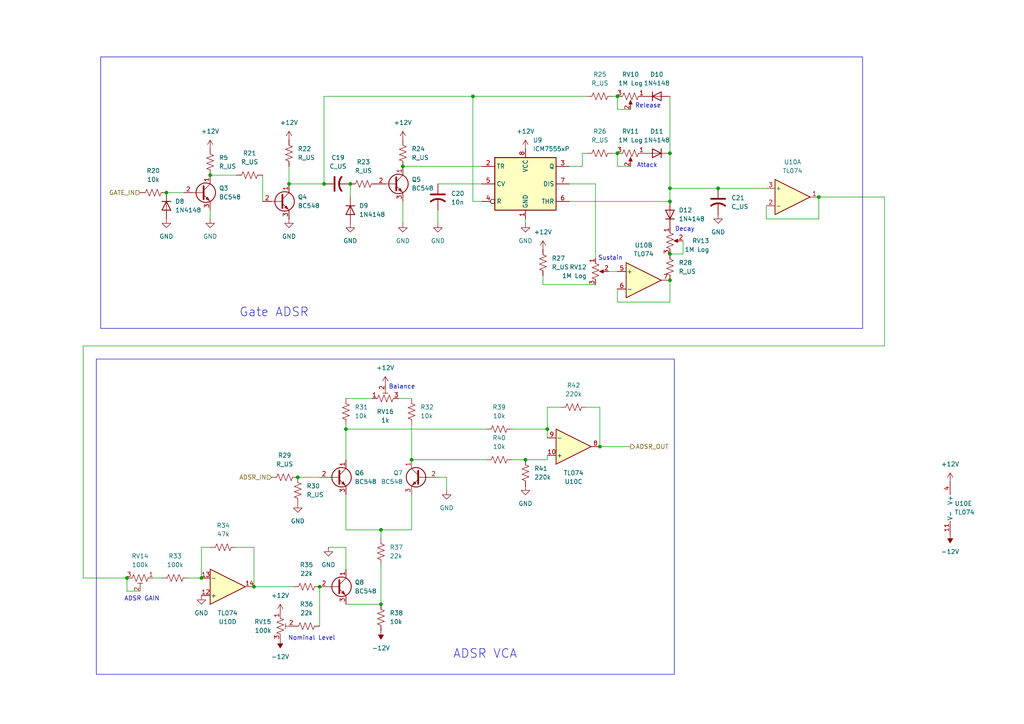
<source format=kicad_sch>
(kicad_sch (version 20250114) (generator "eeschema") (generator_version "9.0")
  (paper "A4")
  (lib_symbols
    (symbol "Amplifier_Operational:TL074" (pin_names (offset 0.127))
      (property "Reference" "U" (at 0 5.08 0))
      (property "Value" "TL074" (at 0 -5.08 0))
      (symbol "TL074_1_1"
        (polyline (pts (xy -5.08 5.08) (xy 5.08 0) (xy -5.08 -5.08) (xy -5.08 5.08)) (stroke (width 0.254)) (fill (type background)))
        (pin input line (at -7.62 2.54 0) (length 2.54) (name "+") (number "3"))
        (pin input line (at -7.62 -2.54 0) (length 2.54) (name "-") (number "2"))
        (pin output line (at 7.62 0 180) (length 2.54) (name "~") (number "1"))
      )
      (symbol "TL074_2_1"
        (polyline (pts (xy -5.08 5.08) (xy 5.08 0) (xy -5.08 -5.08) (xy -5.08 5.08)) (stroke (width 0.254)) (fill (type background)))
        (pin input line (at -7.62 2.54 0) (length 2.54) (name "+") (number "5"))
        (pin input line (at -7.62 -2.54 0) (length 2.54) (name "-") (number "6"))
        (pin output line (at 7.62 0 180) (length 2.54) (name "~") (number "7"))
      )
      (symbol "TL074_3_1"
        (polyline (pts (xy -5.08 5.08) (xy 5.08 0) (xy -5.08 -5.08) (xy -5.08 5.08)) (stroke (width 0.254)) (fill (type background)))
        (pin input line (at -7.62 2.54 0) (length 2.54) (name "+") (number "10"))
        (pin input line (at -7.62 -2.54 0) (length 2.54) (name "-") (number "9"))
        (pin output line (at 7.62 0 180) (length 2.54) (name "~") (number "8"))
      )
      (symbol "TL074_4_1"
        (polyline (pts (xy -5.08 5.08) (xy 5.08 0) (xy -5.08 -5.08) (xy -5.08 5.08)) (stroke (width 0.254)) (fill (type background)))
        (pin input line (at -7.62 2.54 0) (length 2.54) (name "+") (number "12"))
        (pin input line (at -7.62 -2.54 0) (length 2.54) (name "-") (number "13"))
        (pin output line (at 7.62 0 180) (length 2.54) (name "~") (number "14"))
      )
      (symbol "TL074_5_1"
        (pin power_in line (at -2.54 7.62 270) (length 3.81) (name "V+") (number "4"))
        (pin power_in line (at -2.54 -7.62 90) (length 3.81) (name "V-") (number "11"))
      )
    )
    (symbol "Device:C_US" (pin_numbers (hide yes)) (pin_names (offset 0.254) (hide yes))
      (property "Reference" "C" (at 0.635 2.54 0))
      (property "Value" "C_US" (at 0.635 -2.54 0))
      (symbol "C_US_0_1"
        (polyline (pts (xy -2.032 0.762) (xy 2.032 0.762)) (stroke (width 0.508)))
        (arc (start -2.032 -1.27) (mid 0 -0.5572) (end 2.032 -1.27) (stroke (width 0.508)))
      )
      (symbol "C_US_1_1"
        (pin passive line (at 0 3.81 270) (length 2.794) (name "~") (number "1"))
        (pin passive line (at 0 -3.81 90) (length 3.302) (name "~") (number "2"))
      )
    )
    (symbol "Device:R_Potentiometer_Trim_US" (pin_names (offset 1.016) (hide yes))
      (property "Reference" "RV" (at -4.445 0 90))
      (property "Value" "R_Potentiometer_Trim_US" (at -2.54 0 90))
      (symbol "R_Potentiometer_Trim_US_0_1"
        (polyline (pts (xy 0 2.286) (xy 0 2.54)))
        (polyline (pts (xy 0 2.286) (xy 1.016 1.905) (xy 0 1.524) (xy -1.016 1.143) (xy 0 0.762)))
        (polyline (pts (xy 0 0.762) (xy 1.016 0.381) (xy 0 0) (xy -1.016 -0.381) (xy 0 -0.762)))
        (polyline (pts (xy 0 -0.762) (xy 1.016 -1.143) (xy 0 -1.524) (xy -1.016 -1.905) (xy 0 -2.286)))
        (polyline (pts (xy 0 -2.286) (xy 0 -2.54)))
        (polyline (pts (xy 1.524 0.762) (xy 1.524 -0.762)))
        (polyline (pts (xy 2.54 0) (xy 1.524 0)))
      )
      (symbol "R_Potentiometer_Trim_US_1_1"
        (pin passive line (at 0 3.81 270) (length 1.27) (name "1") (number "1"))
        (pin passive line (at 0 -3.81 90) (length 1.27) (name "3") (number "3"))
        (pin passive line (at 3.81 0 180) (length 1.27) (name "2") (number "2"))
      )
    )
    (symbol "Device:R_Potentiometer_US" (pin_names (offset 1.016) (hide yes))
      (property "Reference" "RV" (at -4.445 0 90))
      (property "Value" "R_Potentiometer_US" (at -2.54 0 90))
      (symbol "R_Potentiometer_US_0_1"
        (polyline (pts (xy 0 2.54) (xy 0 2.286)))
        (polyline (pts (xy 0 2.286) (xy 1.016 1.905) (xy 0 1.524) (xy -1.016 1.143) (xy 0 0.762)))
        (polyline (pts (xy 0 0.762) (xy 1.016 0.381) (xy 0 0) (xy -1.016 -0.381) (xy 0 -0.762)))
        (polyline (pts (xy 0 -0.762) (xy 1.016 -1.143) (xy 0 -1.524) (xy -1.016 -1.905) (xy 0 -2.286)))
        (polyline (pts (xy 0 -2.286) (xy 0 -2.54)))
        (polyline (pts (xy 1.143 0) (xy 2.286 0.508) (xy 2.286 -0.508) (xy 1.143 0)) (fill (type outline)))
        (polyline (pts (xy 2.54 0) (xy 1.524 0)))
      )
      (symbol "R_Potentiometer_US_1_1"
        (pin passive line (at 0 3.81 270) (length 1.27) (name "1") (number "1"))
        (pin passive line (at 0 -3.81 90) (length 1.27) (name "3") (number "3"))
        (pin passive line (at 3.81 0 180) (length 1.27) (name "2") (number "2"))
      )
    )
    (symbol "Device:R_US" (pin_numbers (hide yes)) (pin_names (offset 0))
      (property "Reference" "R" (at 2.54 0 90))
      (property "Value" "R_US" (at -2.54 0 90))
      (symbol "R_US_0_1"
        (polyline (pts (xy 0 2.286) (xy 0 2.54)))
        (polyline (pts (xy 0 2.286) (xy 1.016 1.905) (xy 0 1.524) (xy -1.016 1.143) (xy 0 0.762)))
        (polyline (pts (xy 0 0.762) (xy 1.016 0.381) (xy 0 0) (xy -1.016 -0.381) (xy 0 -0.762)))
        (polyline (pts (xy 0 -0.762) (xy 1.016 -1.143) (xy 0 -1.524) (xy -1.016 -1.905) (xy 0 -2.286)))
        (polyline (pts (xy 0 -2.286) (xy 0 -2.54)))
      )
      (symbol "R_US_1_1"
        (pin passive line (at 0 3.81 270) (length 1.27) (name "~") (number "1"))
        (pin passive line (at 0 -3.81 90) (length 1.27) (name "~") (number "2"))
      )
    )
    (symbol "Diode:1N4148" (pin_numbers (hide yes)) (pin_names (hide yes))
      (property "Reference" "D" (at 0 2.54 0))
      (property "Value" "1N4148" (at 0 -2.54 0))
      (symbol "1N4148_0_1"
        (polyline (pts (xy -1.27 1.27) (xy -1.27 -1.27)) (stroke (width 0.254)))
        (polyline (pts (xy 1.27 1.27) (xy 1.27 -1.27) (xy -1.27 0) (xy 1.27 1.27)) (stroke (width 0.254)))
        (polyline (pts (xy 1.27 0) (xy -1.27 0)))
      )
      (symbol "1N4148_1_1"
        (pin passive line (at -3.81 0 0) (length 2.54) (name "K") (number "1"))
        (pin passive line (at 3.81 0 180) (length 2.54) (name "A") (number "2"))
      )
    )
    (symbol "Timer:ICM7555xP"
      (property "Reference" "U" (at -10.16 8.89 0))
      (property "Value" "ICM7555xP" (at 2.54 8.89 0))
      (symbol "ICM7555xP_0_0"
        (pin power_in line (at 0 10.16 270) (length 2.54) (name "VCC") (number "8"))
        (pin power_in line (at 0 -10.16 90) (length 2.54) (name "GND") (number "1"))
      )
      (symbol "ICM7555xP_0_1"
        (rectangle (start -8.89 -7.62) (end 8.89 7.62) (stroke (width 0.254)) (fill (type background)))
        (rectangle (start -8.89 -7.62) (end 8.89 7.62) (stroke (width 0.254)) (fill (type background)))
      )
      (symbol "ICM7555xP_1_1"
        (pin input line (at -12.7 5.08 0) (length 3.81) (name "TR") (number "2"))
        (pin input line (at -12.7 0 0) (length 3.81) (name "CV") (number "5"))
        (pin input inverted (at -12.7 -5.08 0) (length 3.81) (name "R") (number "4"))
        (pin output line (at 12.7 5.08 180) (length 3.81) (name "Q") (number "3"))
        (pin input line (at 12.7 0 180) (length 3.81) (name "DIS") (number "7"))
        (pin input line (at 12.7 -5.08 180) (length 3.81) (name "THR") (number "6"))
      )
    )
    (symbol "Transistor_BJT:BC548" (pin_names (offset 0) (hide yes))
      (property "Reference" "Q" (at 5.08 1.905 0))
      (property "Value" "BC548" (at 5.08 0 0))
      (symbol "BC548_0_1"
        (polyline (pts (xy -2.54 0) (xy 0.635 0)))
        (polyline (pts (xy 0.635 1.905) (xy 0.635 -1.905)) (stroke (width 0.508)))
        (circle (center 1.27 0) (radius 2.8194) (stroke (width 0.254)))
      )
      (symbol "BC548_1_1"
        (polyline (pts (xy 0.635 0.635) (xy 2.54 2.54)))
        (polyline (pts (xy 0.635 -0.635) (xy 2.54 -2.54)))
        (polyline (pts (xy 1.27 -1.778) (xy 1.778 -1.27) (xy 2.286 -2.286) (xy 1.27 -1.778)) (fill (type outline)))
        (pin input line (at -5.08 0 0) (length 2.54) (name "B") (number "2"))
        (pin passive line (at 2.54 5.08 270) (length 2.54) (name "C") (number "1"))
        (pin passive line (at 2.54 -5.08 90) (length 2.54) (name "E") (number "3"))
      )
    )
    (symbol "power:+12V" (power) (pin_numbers (hide yes)) (pin_names (offset 0) (hide yes))
      (property "Value" "+12V" (at 0 3.556 0))
      (symbol "+12V_0_1"
        (polyline (pts (xy -0.762 1.27) (xy 0 2.54)))
        (polyline (pts (xy 0 2.54) (xy 0.762 1.27)))
        (polyline (pts (xy 0 0) (xy 0 2.54)))
      )
      (symbol "+12V_1_1"
        (pin power_in line (at 0 0 90) (length 0) (name "~") (number "1"))
      )
    )
    (symbol "power:-12V" (power) (pin_numbers (hide yes)) (pin_names (offset 0) (hide yes))
      (property "Value" "-12V" (at 0 3.556 0))
      (symbol "-12V_0_0"
        (pin power_in line (at 0 0 90) (length 0) (name "~") (number "1"))
      )
      (symbol "-12V_0_1"
        (polyline (pts (xy 0 0) (xy 0 1.27) (xy 0.762 1.27) (xy 0 2.54) (xy -0.762 1.27) (xy 0 1.27)) (fill (type outline)))
      )
    )
    (symbol "power:GND" (power) (pin_numbers (hide yes)) (pin_names (offset 0) (hide yes))
      (property "Value" "GND" (at 0 -3.81 0))
      (symbol "GND_0_1"
        (polyline (pts (xy 0 0) (xy 0 -1.27) (xy 1.27 -1.27) (xy 0 -2.54) (xy -1.27 -1.27) (xy 0 -1.27)))
      )
      (symbol "GND_1_1"
        (pin power_in line (at 0 0 270) (length 0) (name "~") (number "1"))
      )
    )
  )
  (rectangle (start 29.21 16.51) (end 250.19 95.25))
  (rectangle (start 27.94 104.14) (end 195.58 195.58))
  (text "Release\n" (at 187.96 30.734 0) (effects (font (size 1.27 1.27))))
  (text "Sustain\n" (at 177.038 74.93 0) (effects (font (size 1.27 1.27))))
  (text "Nominal Level" (at 90.424 185.166 0) (effects (font (size 1.27 1.27))))
  (text "Gate ADSR\n" (at 79.502 90.678 0) (effects (font (size 2.54 2.54))))
  (text "Decay\n" (at 198.628 66.548 0) (effects (font (size 1.27 1.27))))
  (text "ADSR GAIN\n" (at 41.148 173.736 0) (effects (font (size 1.27 1.27))))
  (text "ADSR VCA" (at 140.716 189.738 0) (effects (font (size 2.54 2.54))))
  (text "Balance\n" (at 116.586 112.268 0) (effects (font (size 1.27 1.27))))
  (text "Attack" (at 187.706 48.006 0) (effects (font (size 1.27 1.27))))
  (junction (at 73.66 170.18))
  (junction (at 36.83 167.64))
  (junction (at 92.71 170.18))
  (junction (at 158.75 124.46))
  (junction (at 110.49 153.67))
  (junction (at 86.36 138.43))
  (junction (at 110.49 175.26))
  (junction (at 60.96 50.8))
  (junction (at 173.99 129.54))
  (junction (at 237.49 57.15))
  (junction (at 194.31 54.61))
  (junction (at 194.31 81.28))
  (junction (at 58.42 167.64))
  (junction (at 119.38 133.35))
  (junction (at 179.07 44.45))
  (junction (at 93.98 53.34))
  (junction (at 100.33 124.46))
  (junction (at 179.07 27.94))
  (junction (at 208.28 54.61))
  (junction (at 194.31 44.45))
  (junction (at 194.31 73.66))
  (junction (at 194.31 58.42))
  (junction (at 83.82 53.34))
  (junction (at 137.16 27.94))
  (junction (at 48.26 55.88))
  (junction (at 101.6 53.34))
  (junction (at 152.4 133.35))
  (junction (at 116.84 48.26))
  (wire (pts (xy 165.1 58.42) (xy 194.31 58.42)))
  (wire (pts (xy 177.8 44.45) (xy 179.07 44.45)))
  (wire (pts (xy 148.59 133.35) (xy 152.4 133.35)))
  (wire (pts (xy 95.25 158.75) (xy 100.33 158.75)))
  (wire (pts (xy 182.88 31.75) (xy 179.07 31.75)))
  (wire (pts (xy 100.33 153.67) (xy 100.33 143.51)))
  (wire (pts (xy 116.84 48.26) (xy 139.7 48.26)))
  (wire (pts (xy 179.07 83.82) (xy 179.07 87.63)))
  (wire (pts (xy 168.91 44.45) (xy 168.91 48.26)))
  (wire (pts (xy 237.49 63.5) (xy 237.49 57.15)))
  (wire (pts (xy 83.82 48.26) (xy 83.82 53.34)))
  (wire (pts (xy 100.33 123.19) (xy 100.33 124.46)))
  (wire (pts (xy 194.31 54.61) (xy 208.28 54.61)))
  (wire (pts (xy 256.54 100.33) (xy 256.54 57.15)))
  (wire (pts (xy 140.97 133.35) (xy 119.38 133.35)))
  (wire (pts (xy 194.31 54.61) (xy 194.31 58.42)))
  (wire (pts (xy 73.66 170.18) (xy 73.66 158.75)))
  (wire (pts (xy 157.48 82.55) (xy 172.72 82.55)))
  (wire (pts (xy 162.56 118.11) (xy 158.75 118.11)))
  (wire (pts (xy 129.54 142.24) (xy 129.54 138.43)))
  (wire (pts (xy 68.58 50.8) (xy 60.96 50.8)))
  (wire (pts (xy 152.4 64.77) (xy 152.4 63.5)))
  (wire (pts (xy 93.98 53.34) (xy 83.82 53.34)))
  (wire (pts (xy 60.96 63.5) (xy 60.96 60.96)))
  (wire (pts (xy 115.57 115.57) (xy 119.38 115.57)))
  (wire (pts (xy 36.83 171.45) (xy 40.64 171.45)))
  (wire (pts (xy 53.34 55.88) (xy 48.26 55.88)))
  (wire (pts (xy 76.2 58.42) (xy 76.2 50.8)))
  (wire (pts (xy 148.59 124.46) (xy 158.75 124.46)))
  (wire (pts (xy 222.25 59.69) (xy 222.25 63.5)))
  (wire (pts (xy 158.75 133.35) (xy 158.75 132.08)))
  (wire (pts (xy 101.6 57.15) (xy 101.6 53.34)))
  (wire (pts (xy 194.31 87.63) (xy 194.31 81.28)))
  (wire (pts (xy 100.33 158.75) (xy 100.33 165.1)))
  (wire (pts (xy 139.7 58.42) (xy 137.16 58.42)))
  (wire (pts (xy 54.61 167.64) (xy 58.42 167.64)))
  (wire (pts (xy 237.49 57.15) (xy 256.54 57.15)))
  (wire (pts (xy 168.91 48.26) (xy 165.1 48.26)))
  (wire (pts (xy 179.07 48.26) (xy 179.07 44.45)))
  (wire (pts (xy 152.4 133.35) (xy 158.75 133.35)))
  (wire (pts (xy 24.13 100.33) (xy 256.54 100.33)))
  (wire (pts (xy 176.53 78.74) (xy 179.07 78.74)))
  (wire (pts (xy 179.07 27.94) (xy 177.8 27.94)))
  (wire (pts (xy 73.66 170.18) (xy 85.09 170.18)))
  (wire (pts (xy 107.95 115.57) (xy 100.33 115.57)))
  (wire (pts (xy 198.12 69.85) (xy 198.12 73.66)))
  (wire (pts (xy 36.83 167.64) (xy 36.83 171.45)))
  (wire (pts (xy 157.48 82.55) (xy 157.48 80.01)))
  (wire (pts (xy 173.99 118.11) (xy 173.99 129.54)))
  (wire (pts (xy 173.99 129.54) (xy 182.88 129.54)))
  (wire (pts (xy 137.16 27.94) (xy 137.16 58.42)))
  (wire (pts (xy 24.13 167.64) (xy 36.83 167.64)))
  (wire (pts (xy 137.16 27.94) (xy 170.18 27.94)))
  (wire (pts (xy 179.07 31.75) (xy 179.07 27.94)))
  (wire (pts (xy 127 64.77) (xy 127 60.96)))
  (wire (pts (xy 110.49 175.26) (xy 110.49 163.83)))
  (wire (pts (xy 127 53.34) (xy 139.7 53.34)))
  (wire (pts (xy 92.71 170.18) (xy 92.71 181.61)))
  (wire (pts (xy 170.18 118.11) (xy 173.99 118.11)))
  (wire (pts (xy 208.28 54.61) (xy 222.25 54.61)))
  (wire (pts (xy 172.72 53.34) (xy 172.72 74.93)))
  (wire (pts (xy 93.98 27.94) (xy 137.16 27.94)))
  (wire (pts (xy 110.49 153.67) (xy 119.38 153.67)))
  (wire (pts (xy 100.33 124.46) (xy 140.97 124.46)))
  (wire (pts (xy 158.75 118.11) (xy 158.75 124.46)))
  (wire (pts (xy 129.54 138.43) (xy 127 138.43)))
  (wire (pts (xy 119.38 143.51) (xy 119.38 153.67)))
  (wire (pts (xy 60.96 158.75) (xy 58.42 158.75)))
  (wire (pts (xy 194.31 44.45) (xy 194.31 54.61)))
  (wire (pts (xy 158.75 124.46) (xy 158.75 127)))
  (wire (pts (xy 100.33 175.26) (xy 110.49 175.26)))
  (wire (pts (xy 58.42 158.75) (xy 58.42 167.64)))
  (wire (pts (xy 116.84 58.42) (xy 116.84 64.77)))
  (wire (pts (xy 179.07 87.63) (xy 194.31 87.63)))
  (wire (pts (xy 100.33 124.46) (xy 100.33 133.35)))
  (wire (pts (xy 86.36 138.43) (xy 92.71 138.43)))
  (wire (pts (xy 170.18 44.45) (xy 168.91 44.45)))
  (wire (pts (xy 110.49 156.21) (xy 110.49 153.67)))
  (wire (pts (xy 24.13 167.64) (xy 24.13 100.33)))
  (wire (pts (xy 182.88 48.26) (xy 179.07 48.26)))
  (wire (pts (xy 100.33 153.67) (xy 110.49 153.67)))
  (wire (pts (xy 194.31 27.94) (xy 194.31 44.45)))
  (wire (pts (xy 172.72 53.34) (xy 165.1 53.34)))
  (wire (pts (xy 44.45 167.64) (xy 46.99 167.64)))
  (wire (pts (xy 198.12 73.66) (xy 194.31 73.66)))
  (wire (pts (xy 119.38 123.19) (xy 119.38 133.35)))
  (wire (pts (xy 93.98 53.34) (xy 93.98 27.94)))
  (wire (pts (xy 222.25 63.5) (xy 237.49 63.5)))
  (wire (pts (xy 73.66 158.75) (xy 68.58 158.75)))
  (hierarchical_label "ADSR_OUT" (shape output) (at 182.88 129.54 0))
  (hierarchical_label "GATE_IN" (shape input) (at 40.64 55.88 180))
  (hierarchical_label "ADSR_IN" (shape input) (at 78.74 138.43 180))
  (symbol (lib_id "Timer:ICM7555xP") (at 152.4 53.34 0) (unit 1)
    (property "Reference" "U9" (at 154.5433 40.64 0) (effects (justify left)))
    (property "Value" "ICM7555xP" (at 154.5433 43.18 0) (effects (justify left)))
    (property "Footprint" "Package_DIP:DIP-8_W7.62mm" (effects (hide yes)))
    (property "Datasheet" "http://www.intersil.com/content/dam/Intersil/documents/icm7/icm7555-56.pdf" (effects (hide yes)))
    (property "Description" "CMOS General Purpose Timer, 555 compatible, PDIP-8" (effects (hide yes)))
  )
  (symbol (lib_id "Device:R_US") (at 119.38 119.38 180) (unit 1)
    (property "Reference" "R32" (at 121.92 118.1099 0) (effects (justify right)))
    (property "Value" "10k" (at 121.92 120.6499 0) (effects (justify right)))
    (property "Footprint" "Resistor_THT:R_Axial_DIN0207_L6.3mm_D2.5mm_P10.16mm_Horizontal" (effects (hide yes)))
    (property "Description" "Resistor, US symbol" (effects (hide yes)))
  )
  (symbol (lib_id "Device:R_US") (at 88.9 170.18 90) (unit 1)
    (property "Reference" "R35" (at 88.9 163.83 90))
    (property "Value" "22k" (at 88.9 166.37 90))
    (property "Footprint" "Resistor_THT:R_Axial_DIN0207_L6.3mm_D2.5mm_P10.16mm_Horizontal" (effects (hide yes)))
    (property "Description" "Resistor, US symbol" (effects (hide yes)))
  )
  (symbol (lib_id "Device:R_US") (at 144.78 133.35 270) (unit 1)
    (property "Reference" "R40" (at 144.78 127 90))
    (property "Value" "10k" (at 144.78 129.54 90))
    (property "Footprint" "Resistor_THT:R_Axial_DIN0207_L6.3mm_D2.5mm_P10.16mm_Horizontal" (effects (hide yes)))
    (property "Description" "Resistor, US symbol" (effects (hide yes)))
  )
  (symbol (lib_id "Device:R_US") (at 157.48 76.2 180) (unit 1)
    (property "Reference" "R27" (at 160.02 74.9299 0) (effects (justify right)))
    (property "Value" "R_US" (at 160.02 77.4699 0) (effects (justify right)))
    (property "Footprint" "Resistor_THT:R_Axial_DIN0207_L6.3mm_D2.5mm_P10.16mm_Horizontal" (effects (hide yes)))
    (property "Description" "Resistor, US symbol" (effects (hide yes)))
  )
  (symbol (lib_id "power:GND") (at 86.36 146.05 0) (unit 1)
    (property "Reference" "#PWR056" (effects (hide yes)))
    (property "Value" "GND" (at 86.36 151.13 0))
    (property "Description" "Power symbol creates a global label with name \"GND\" , ground" (effects (hide yes)))
  )
  (symbol (lib_id "Device:R_Potentiometer_Trim_US") (at 81.28 181.61 0) (unit 1)
    (property "Reference" "RV15" (at 78.74 180.3399 0) (effects (justify right)))
    (property "Value" "100k" (at 78.74 182.8799 0) (effects (justify right)))
    (property "Footprint" "Potentiometer_THT:Potentiometer_Bourns_3266Y_Vertical" (effects (hide yes)))
    (property "Description" "Trim-potentiometer, US symbol" (effects (hide yes)))
  )
  (symbol (lib_id "Diode:1N4148") (at 194.31 62.23 90) (unit 1)
    (property "Reference" "D12" (at 196.85 60.9599 90) (effects (justify right)))
    (property "Value" "1N4148" (at 196.85 63.4999 90) (effects (justify right)))
    (property "Footprint" "Diode_THT:D_DO-35_SOD27_P7.62mm_Horizontal" (effects (hide yes)))
    (property "Datasheet" "https://assets.nexperia.com/documents/data-sheet/1N4148_1N4448.pdf" (effects (hide yes)))
    (property "Description" "100V 0.15A standard switching diode, DO-35" (effects (hide yes)))
    (property "Sim.Device" "D" (effects (hide yes)))
    (property "Sim.Pins" "1=K 2=A" (effects (hide yes)))
  )
  (symbol (lib_id "Device:R_US") (at 72.39 50.8 90) (unit 1)
    (property "Reference" "R21" (at 72.39 44.45 90))
    (property "Value" "R_US" (at 72.39 46.99 90))
    (property "Footprint" "Resistor_THT:R_Axial_DIN0207_L6.3mm_D2.5mm_P10.16mm_Horizontal" (effects (hide yes)))
    (property "Description" "Resistor, US symbol" (effects (hide yes)))
  )
  (symbol (lib_id "Device:R_US") (at 166.37 118.11 90) (unit 1)
    (property "Reference" "R42" (at 166.37 111.76 90))
    (property "Value" "220k" (at 166.37 114.3 90))
    (property "Footprint" "Resistor_THT:R_Axial_DIN0207_L6.3mm_D2.5mm_P10.16mm_Horizontal" (effects (hide yes)))
    (property "Description" "Resistor, US symbol" (effects (hide yes)))
  )
  (symbol (lib_id "power:GND") (at 152.4 64.77 0) (unit 1)
    (property "Reference" "#PWR049" (effects (hide yes)))
    (property "Value" "GND" (at 152.4 69.85 0))
    (property "Description" "Power symbol creates a global label with name \"GND\" , ground" (effects (hide yes)))
  )
  (symbol (lib_id "power:+12V") (at 111.76 111.76 0) (unit 1)
    (property "Reference" "#PWR063" (effects (hide yes)))
    (property "Value" "+12V" (at 111.76 106.68 0))
    (property "Description" "Power symbol creates a global label with name \"+12V\"" (effects (hide yes)))
  )
  (symbol (lib_id "Diode:1N4148") (at 190.5 44.45 180) (unit 1)
    (property "Reference" "D11" (at 190.5 38.1 0))
    (property "Value" "1N4148" (at 190.5 40.64 0))
    (property "Footprint" "Diode_THT:D_DO-35_SOD27_P7.62mm_Horizontal" (effects (hide yes)))
    (property "Datasheet" "https://assets.nexperia.com/documents/data-sheet/1N4148_1N4448.pdf" (effects (hide yes)))
    (property "Description" "100V 0.15A standard switching diode, DO-35" (effects (hide yes)))
    (property "Sim.Device" "D" (effects (hide yes)))
    (property "Sim.Pins" "1=K 2=A" (effects (hide yes)))
  )
  (symbol (lib_id "Amplifier_Operational:TL074") (at 278.13 147.32 0) (unit 5)
    (property "Reference" "U10" (at 276.86 146.0499 0) (effects (justify left)))
    (property "Value" "TL074" (at 276.86 148.5899 0) (effects (justify left)))
    (property "Footprint" "Package_DIP:DIP-14_W7.62mm" (effects (hide yes)))
    (property "Datasheet" "http://www.ti.com/lit/ds/symlink/tl071.pdf" (effects (hide yes)))
    (property "Description" "Quad Low-Noise JFET-Input Operational Amplifiers, DIP-14/SOIC-14" (effects (hide yes)))
  )
  (symbol (lib_id "Device:R_US") (at 82.55 138.43 90) (unit 1)
    (property "Reference" "R29" (at 82.55 132.08 90))
    (property "Value" "R_US" (at 82.55 134.62 90))
    (property "Footprint" "Resistor_THT:R_Axial_DIN0207_L6.3mm_D2.5mm_P10.16mm_Horizontal" (effects (hide yes)))
    (property "Description" "Resistor, US symbol" (effects (hide yes)))
  )
  (symbol (lib_id "Diode:1N4148") (at 190.5 27.94 0) (unit 1)
    (property "Reference" "D10" (at 190.5 21.59 0))
    (property "Value" "1N4148" (at 190.5 24.13 0))
    (property "Footprint" "Diode_THT:D_DO-35_SOD27_P7.62mm_Horizontal" (effects (hide yes)))
    (property "Datasheet" "https://assets.nexperia.com/documents/data-sheet/1N4148_1N4448.pdf" (effects (hide yes)))
    (property "Description" "100V 0.15A standard switching diode, DO-35" (effects (hide yes)))
    (property "Sim.Device" "D" (effects (hide yes)))
    (property "Sim.Pins" "1=K 2=A" (effects (hide yes)))
  )
  (symbol (lib_id "Diode:1N4148") (at 48.26 59.69 270) (unit 1)
    (property "Reference" "D8" (at 50.8 58.4199 90) (effects (justify left)))
    (property "Value" "1N4148" (at 50.8 60.9599 90) (effects (justify left)))
    (property "Footprint" "Diode_THT:D_DO-35_SOD27_P7.62mm_Horizontal" (effects (hide yes)))
    (property "Datasheet" "https://assets.nexperia.com/documents/data-sheet/1N4148_1N4448.pdf" (effects (hide yes)))
    (property "Description" "100V 0.15A standard switching diode, DO-35" (effects (hide yes)))
    (property "Sim.Device" "D" (effects (hide yes)))
    (property "Sim.Pins" "1=K 2=A" (effects (hide yes)))
  )
  (symbol (lib_id "Device:R_US") (at 144.78 124.46 270) (unit 1)
    (property "Reference" "R39" (at 144.78 118.11 90))
    (property "Value" "10k" (at 144.78 120.65 90))
    (property "Footprint" "Resistor_THT:R_Axial_DIN0207_L6.3mm_D2.5mm_P10.16mm_Horizontal" (effects (hide yes)))
    (property "Description" "Resistor, US symbol" (effects (hide yes)))
  )
  (symbol (lib_id "Device:R_Potentiometer_US") (at 182.88 27.94 270) (unit 1)
    (property "Reference" "RV10" (at 182.88 21.59 90))
    (property "Value" "1M Log" (at 182.88 24.13 90))
    (property "Footprint" "TerminalBlock:TerminalBlock_MaiXu_MX126-5.0-03P_1x03_P5.00mm" (effects (hide yes)))
    (property "Description" "Potentiometer, US symbol" (effects (hide yes)))
  )
  (symbol (lib_id "Device:C_US") (at 97.79 53.34 90) (unit 1)
    (property "Reference" "C19" (at 98.044 45.72 90))
    (property "Value" "C_US" (at 98.044 48.26 90))
    (property "Footprint" "Capacitor_THT:CP_Radial_D4.0mm_P2.00mm" (effects (hide yes)))
    (property "Description" "capacitor, US symbol" (effects (hide yes)))
  )
  (symbol (lib_id "Transistor_BJT:BC548") (at 97.79 138.43 0) (unit 1)
    (property "Reference" "Q6" (at 102.87 137.1599 0) (effects (justify left)))
    (property "Value" "BC548" (at 102.87 139.6999 0) (effects (justify left)))
    (property "Footprint" "Package_TO_SOT_THT:TO-92_Inline" (effects (hide yes)))
    (property "Datasheet" "https://www.onsemi.com/pub/Collateral/BC550-D.pdf" (effects (hide yes)))
    (property "Description" "0.1A Ic, 30V Vce, Small Signal NPN Transistor, TO-92" (effects (hide yes)))
  )
  (symbol (lib_id "Device:R_Potentiometer_US") (at 194.31 69.85 0) (unit 1)
    (property "Reference" "RV13" (at 205.74 69.85 0) (effects (justify right)))
    (property "Value" "1M Log" (at 205.74 72.39 0) (effects (justify right)))
    (property "Footprint" "TerminalBlock:TerminalBlock_MaiXu_MX126-5.0-03P_1x03_P5.00mm" (effects (hide yes)))
    (property "Description" "Potentiometer, US symbol" (effects (hide yes)))
  )
  (symbol (lib_id "power:+12V") (at 60.96 43.18 0) (unit 1)
    (property "Reference" "#PWR041" (effects (hide yes)))
    (property "Value" "+12V" (at 60.96 38.1 0))
    (property "Description" "Power symbol creates a global label with name \"+12V\"" (effects (hide yes)))
  )
  (symbol (lib_id "Device:R_Potentiometer_Trim_US") (at 40.64 167.64 270) (unit 1)
    (property "Reference" "RV14" (at 40.64 161.29 90))
    (property "Value" "100k" (at 40.64 163.83 90))
    (property "Footprint" "Potentiometer_THT:Potentiometer_Bourns_3266Y_Vertical" (effects (hide yes)))
    (property "Description" "Trim-potentiometer, US symbol" (effects (hide yes)))
  )
  (symbol (lib_id "Device:R_US") (at 152.4 137.16 0) (unit 1)
    (property "Reference" "R41" (at 154.94 135.8899 0) (effects (justify left)))
    (property "Value" "220k" (at 154.94 138.4299 0) (effects (justify left)))
    (property "Footprint" "Resistor_THT:R_Axial_DIN0207_L6.3mm_D2.5mm_P10.16mm_Horizontal" (effects (hide yes)))
    (property "Description" "Resistor, US symbol" (effects (hide yes)))
  )
  (symbol (lib_id "Device:R_Potentiometer_US") (at 172.72 78.74 0) (unit 1)
    (property "Reference" "RV12" (at 170.18 77.4699 0) (effects (justify right)))
    (property "Value" "1M Log" (at 170.18 80.0099 0) (effects (justify right)))
    (property "Footprint" "TerminalBlock:TerminalBlock_MaiXu_MX126-5.0-03P_1x03_P5.00mm" (effects (hide yes)))
    (property "Description" "Potentiometer, US symbol" (effects (hide yes)))
  )
  (symbol (lib_id "power:+12V") (at 275.59 139.7 0) (unit 1)
    (property "Reference" "#PWR052" (effects (hide yes)))
    (property "Value" "+12V" (at 275.59 134.62 0))
    (property "Description" "Power symbol creates a global label with name \"+12V\"" (effects (hide yes)))
  )
  (symbol (lib_id "Amplifier_Operational:TL074") (at 229.87 57.15 0) (unit 1)
    (property "Reference" "U10" (at 229.87 46.99 0))
    (property "Value" "TL074" (at 229.87 49.53 0))
    (property "Footprint" "Package_DIP:DIP-14_W7.62mm" (effects (hide yes)))
    (property "Datasheet" "http://www.ti.com/lit/ds/symlink/tl071.pdf" (effects (hide yes)))
    (property "Description" "Quad Low-Noise JFET-Input Operational Amplifiers, DIP-14/SOIC-14" (effects (hide yes)))
  )
  (symbol (lib_id "power:-12V") (at 275.59 154.94 180) (unit 1)
    (property "Reference" "#PWR053" (effects (hide yes)))
    (property "Value" "-12V" (at 275.59 160.02 0))
    (property "Description" "Power symbol creates a global label with name \"-12V\"" (effects (hide yes)))
  )
  (symbol (lib_id "Device:R_Potentiometer_Trim_US") (at 111.76 115.57 90) (unit 1)
    (property "Reference" "RV16" (at 111.76 119.38 90))
    (property "Value" "1k" (at 111.76 121.92 90))
    (property "Footprint" "Potentiometer_THT:Potentiometer_Bourns_3266Y_Vertical" (effects (hide yes)))
    (property "Description" "Trim-potentiometer, US symbol" (effects (hide yes)))
  )
  (symbol (lib_id "power:GND") (at 101.6 64.77 0) (unit 1)
    (property "Reference" "#PWR046" (effects (hide yes)))
    (property "Value" "GND" (at 101.6 69.85 0))
    (property "Description" "Power symbol creates a global label with name \"GND\" , ground" (effects (hide yes)))
  )
  (symbol (lib_id "Device:C_US") (at 127 57.15 0) (unit 1)
    (property "Reference" "C20" (at 130.81 56.1339 0) (effects (justify left)))
    (property "Value" "10n" (at 130.81 58.6739 0) (effects (justify left)))
    (property "Footprint" "Capacitor_THT:CP_Radial_D4.0mm_P2.00mm" (effects (hide yes)))
    (property "Description" "capacitor, US symbol" (effects (hide yes)))
  )
  (symbol (lib_id "Device:R_US") (at 88.9 181.61 90) (unit 1)
    (property "Reference" "R36" (at 88.9 175.26 90))
    (property "Value" "22k" (at 88.9 177.8 90))
    (property "Footprint" "Resistor_THT:R_Axial_DIN0207_L6.3mm_D2.5mm_P10.16mm_Horizontal" (effects (hide yes)))
    (property "Description" "Resistor, US symbol" (effects (hide yes)))
  )
  (symbol (lib_id "power:GND") (at 127 64.77 0) (unit 1)
    (property "Reference" "#PWR051" (effects (hide yes)))
    (property "Value" "GND" (at 127 69.85 0))
    (property "Description" "Power symbol creates a global label with name \"GND\" , ground" (effects (hide yes)))
  )
  (symbol (lib_id "Device:R_US") (at 105.41 53.34 90) (unit 1)
    (property "Reference" "R23" (at 105.41 46.99 90))
    (property "Value" "R_US" (at 105.41 49.53 90))
    (property "Footprint" "Resistor_THT:R_Axial_DIN0207_L6.3mm_D2.5mm_P10.16mm_Horizontal" (effects (hide yes)))
    (property "Description" "Resistor, US symbol" (effects (hide yes)))
  )
  (symbol (lib_id "Device:R_US") (at 60.96 46.99 0) (unit 1)
    (property "Reference" "R5" (at 63.5 45.7199 0) (effects (justify left)))
    (property "Value" "R_US" (at 63.5 48.2599 0) (effects (justify left)))
    (property "Footprint" "Resistor_THT:R_Axial_DIN0207_L6.3mm_D2.5mm_P10.16mm_Horizontal" (effects (hide yes)))
    (property "Description" "Resistor, US symbol" (effects (hide yes)))
  )
  (symbol (lib_id "power:GND") (at 129.54 142.24 0) (unit 1)
    (property "Reference" "#PWR057" (effects (hide yes)))
    (property "Value" "GND" (at 129.54 147.32 0))
    (property "Description" "Power symbol creates a global label with name \"GND\" , ground" (effects (hide yes)))
  )
  (symbol (lib_id "Device:R_US") (at 83.82 44.45 0) (unit 1)
    (property "Reference" "R22" (at 86.36 43.1799 0) (effects (justify left)))
    (property "Value" "R_US" (at 86.36 45.7199 0) (effects (justify left)))
    (property "Footprint" "Resistor_THT:R_Axial_DIN0207_L6.3mm_D2.5mm_P10.16mm_Horizontal" (effects (hide yes)))
    (property "Description" "Resistor, US symbol" (effects (hide yes)))
  )
  (symbol (lib_id "power:GND") (at 60.96 63.5 0) (unit 1)
    (property "Reference" "#PWR043" (effects (hide yes)))
    (property "Value" "GND" (at 60.96 68.58 0))
    (property "Description" "Power symbol creates a global label with name \"GND\" , ground" (effects (hide yes)))
  )
  (symbol (lib_id "Device:R_US") (at 173.99 27.94 90) (unit 1)
    (property "Reference" "R25" (at 173.99 21.59 90))
    (property "Value" "R_US" (at 173.99 24.13 90))
    (property "Footprint" "Resistor_THT:R_Axial_DIN0207_L6.3mm_D2.5mm_P10.16mm_Horizontal" (effects (hide yes)))
    (property "Description" "Resistor, US symbol" (effects (hide yes)))
  )
  (symbol (lib_id "power:GND") (at 83.82 63.5 0) (unit 1)
    (property "Reference" "#PWR044" (effects (hide yes)))
    (property "Value" "GND" (at 83.82 68.58 0))
    (property "Description" "Power symbol creates a global label with name \"GND\" , ground" (effects (hide yes)))
  )
  (symbol (lib_id "Device:R_US") (at 100.33 119.38 180) (unit 1)
    (property "Reference" "R31" (at 102.87 118.1099 0) (effects (justify right)))
    (property "Value" "10k" (at 102.87 120.6499 0) (effects (justify right)))
    (property "Footprint" "Resistor_THT:R_Axial_DIN0207_L6.3mm_D2.5mm_P10.16mm_Horizontal" (effects (hide yes)))
    (property "Description" "Resistor, US symbol" (effects (hide yes)))
  )
  (symbol (lib_id "Transistor_BJT:BC548") (at 114.3 53.34 0) (unit 1)
    (property "Reference" "Q5" (at 119.38 52.0699 0) (effects (justify left)))
    (property "Value" "BC548" (at 119.38 54.6099 0) (effects (justify left)))
    (property "Footprint" "Package_TO_SOT_THT:TO-92_Inline" (effects (hide yes)))
    (property "Datasheet" "https://www.onsemi.com/pub/Collateral/BC550-D.pdf" (effects (hide yes)))
    (property "Description" "0.1A Ic, 30V Vce, Small Signal NPN Transistor, TO-92" (effects (hide yes)))
  )
  (symbol (lib_id "power:GND") (at 95.25 158.75 0) (unit 1)
    (property "Reference" "#PWR061" (effects (hide yes)))
    (property "Value" "GND" (at 95.25 163.83 0))
    (property "Description" "Power symbol creates a global label with name \"GND\" , ground" (effects (hide yes)))
  )
  (symbol (lib_id "Device:R_US") (at 64.77 158.75 90) (unit 1)
    (property "Reference" "R34" (at 64.77 152.4 90))
    (property "Value" "47k" (at 64.77 154.94 90))
    (property "Footprint" "Resistor_THT:R_Axial_DIN0207_L6.3mm_D2.5mm_P10.16mm_Horizontal" (effects (hide yes)))
    (property "Description" "Resistor, US symbol" (effects (hide yes)))
  )
  (symbol (lib_id "Device:R_US") (at 110.49 179.07 180) (unit 1)
    (property "Reference" "R38" (at 113.03 177.7999 0) (effects (justify right)))
    (property "Value" "10k" (at 113.03 180.3399 0) (effects (justify right)))
    (property "Footprint" "Resistor_THT:R_Axial_DIN0207_L6.3mm_D2.5mm_P10.16mm_Horizontal" (effects (hide yes)))
    (property "Description" "Resistor, US symbol" (effects (hide yes)))
  )
  (symbol (lib_id "power:GND") (at 58.42 172.72 0) (unit 1)
    (property "Reference" "#PWR058" (effects (hide yes)))
    (property "Value" "GND" (at 58.42 177.8 0))
    (property "Description" "Power symbol creates a global label with name \"GND\" , ground" (effects (hide yes)))
  )
  (symbol (lib_id "Diode:1N4148") (at 101.6 60.96 270) (unit 1)
    (property "Reference" "D9" (at 104.14 59.6899 90) (effects (justify left)))
    (property "Value" "1N4148" (at 104.14 62.2299 90) (effects (justify left)))
    (property "Footprint" "Diode_THT:D_DO-35_SOD27_P7.62mm_Horizontal" (effects (hide yes)))
    (property "Datasheet" "https://assets.nexperia.com/documents/data-sheet/1N4148_1N4448.pdf" (effects (hide yes)))
    (property "Description" "100V 0.15A standard switching diode, DO-35" (effects (hide yes)))
    (property "Sim.Device" "D" (effects (hide yes)))
    (property "Sim.Pins" "1=K 2=A" (effects (hide yes)))
  )
  (symbol (lib_id "Device:R_US") (at 194.31 77.47 180) (unit 1)
    (property "Reference" "R28" (at 196.85 76.1999 0) (effects (justify right)))
    (property "Value" "R_US" (at 196.85 78.7399 0) (effects (justify right)))
    (property "Footprint" "Resistor_THT:R_Axial_DIN0207_L6.3mm_D2.5mm_P10.16mm_Horizontal" (effects (hide yes)))
    (property "Description" "Resistor, US symbol" (effects (hide yes)))
  )
  (symbol (lib_id "power:+12V") (at 83.82 40.64 0) (unit 1)
    (property "Reference" "#PWR045" (effects (hide yes)))
    (property "Value" "+12V" (at 83.82 35.56 0))
    (property "Description" "Power symbol creates a global label with name \"+12V\"" (effects (hide yes)))
  )
  (symbol (lib_id "power:-12V") (at 81.28 185.42 180) (unit 1)
    (property "Reference" "#PWR060" (effects (hide yes)))
    (property "Value" "-12V" (at 81.28 190.5 0))
    (property "Description" "Power symbol creates a global label with name \"-12V\"" (effects (hide yes)))
  )
  (symbol (lib_id "power:-12V") (at 110.49 182.88 180) (unit 1)
    (property "Reference" "#PWR062" (effects (hide yes)))
    (property "Value" "-12V" (at 110.49 187.96 0))
    (property "Description" "Power symbol creates a global label with name \"-12V\"" (effects (hide yes)))
  )
  (symbol (lib_id "Device:R_US") (at 173.99 44.45 90) (unit 1)
    (property "Reference" "R26" (at 173.99 38.1 90))
    (property "Value" "R_US" (at 173.99 40.64 90))
    (property "Footprint" "Resistor_THT:R_Axial_DIN0207_L6.3mm_D2.5mm_P10.16mm_Horizontal" (effects (hide yes)))
    (property "Description" "Resistor, US symbol" (effects (hide yes)))
  )
  (symbol (lib_id "power:GND") (at 48.26 63.5 0) (unit 1)
    (property "Reference" "#PWR042" (effects (hide yes)))
    (property "Value" "GND" (at 48.26 68.58 0))
    (property "Description" "Power symbol creates a global label with name \"GND\" , ground" (effects (hide yes)))
  )
  (symbol (lib_id "Device:R_Potentiometer_US") (at 182.88 44.45 270) (unit 1)
    (property "Reference" "RV11" (at 182.88 38.1 90))
    (property "Value" "1M Log" (at 182.88 40.64 90))
    (property "Footprint" "TerminalBlock:TerminalBlock_MaiXu_MX126-5.0-03P_1x03_P5.00mm" (effects (hide yes)))
    (property "Description" "Potentiometer, US symbol" (effects (hide yes)))
  )
  (symbol (lib_id "power:+12V") (at 157.48 72.39 0) (unit 1)
    (property "Reference" "#PWR054" (effects (hide yes)))
    (property "Value" "+12V" (at 157.48 67.31 0))
    (property "Description" "Power symbol creates a global label with name \"+12V\"" (effects (hide yes)))
  )
  (symbol (lib_id "Device:C_US") (at 208.28 58.42 0) (unit 1)
    (property "Reference" "C21" (at 212.09 57.4039 0) (effects (justify left)))
    (property "Value" "C_US" (at 212.09 59.9439 0) (effects (justify left)))
    (property "Footprint" "Capacitor_THT:CP_Radial_D4.0mm_P2.00mm" (effects (hide yes)))
    (property "Description" "capacitor, US symbol" (effects (hide yes)))
  )
  (symbol (lib_id "Transistor_BJT:BC548") (at 97.79 170.18 0) (unit 1)
    (property "Reference" "Q8" (at 102.87 168.9099 0) (effects (justify left)))
    (property "Value" "BC548" (at 102.87 171.4499 0) (effects (justify left)))
    (property "Footprint" "Package_TO_SOT_THT:TO-92_Inline" (effects (hide yes)))
    (property "Datasheet" "https://www.onsemi.com/pub/Collateral/BC550-D.pdf" (effects (hide yes)))
    (property "Description" "0.1A Ic, 30V Vce, Small Signal NPN Transistor, TO-92" (effects (hide yes)))
  )
  (symbol (lib_id "power:GND") (at 208.28 62.23 0) (unit 1)
    (property "Reference" "#PWR055" (effects (hide yes)))
    (property "Value" "GND" (at 208.28 67.31 0))
    (property "Description" "Power symbol creates a global label with name \"GND\" , ground" (effects (hide yes)))
  )
  (symbol (lib_id "Amplifier_Operational:TL074") (at 186.69 81.28 0) (unit 2)
    (property "Reference" "U10" (at 186.69 71.12 0))
    (property "Value" "TL074" (at 186.69 73.66 0))
    (property "Footprint" "Package_DIP:DIP-14_W7.62mm" (effects (hide yes)))
    (property "Datasheet" "http://www.ti.com/lit/ds/symlink/tl071.pdf" (effects (hide yes)))
    (property "Description" "Quad Low-Noise JFET-Input Operational Amplifiers, DIP-14/SOIC-14" (effects (hide yes)))
  )
  (symbol (lib_id "Device:R_US") (at 50.8 167.64 90) (unit 1)
    (property "Reference" "R33" (at 50.8 161.29 90))
    (property "Value" "100k" (at 50.8 163.83 90))
    (property "Footprint" "Resistor_THT:R_Axial_DIN0207_L6.3mm_D2.5mm_P10.16mm_Horizontal" (effects (hide yes)))
    (property "Description" "Resistor, US symbol" (effects (hide yes)))
  )
  (symbol (lib_id "power:GND") (at 152.4 140.97 0) (unit 1)
    (property "Reference" "#PWR064" (effects (hide yes)))
    (property "Value" "GND" (at 152.4 146.05 0))
    (property "Description" "Power symbol creates a global label with name \"GND\" , ground" (effects (hide yes)))
  )
  (symbol (lib_id "Device:R_US") (at 110.49 160.02 180) (unit 1)
    (property "Reference" "R37" (at 113.03 158.7499 0) (effects (justify right)))
    (property "Value" "22k" (at 113.03 161.2899 0) (effects (justify right)))
    (property "Footprint" "Resistor_THT:R_Axial_DIN0207_L6.3mm_D2.5mm_P10.16mm_Horizontal" (effects (hide yes)))
    (property "Description" "Resistor, US symbol" (effects (hide yes)))
  )
  (symbol (lib_id "power:+12V") (at 152.4 43.18 0) (unit 1)
    (property "Reference" "#PWR050" (effects (hide yes)))
    (property "Value" "+12V" (at 152.4 38.1 0))
    (property "Description" "Power symbol creates a global label with name \"+12V\"" (effects (hide yes)))
  )
  (symbol (lib_id "power:+12V") (at 116.84 40.64 0) (unit 1)
    (property "Reference" "#PWR048" (effects (hide yes)))
    (property "Value" "+12V" (at 116.84 35.56 0))
    (property "Description" "Power symbol creates a global label with name \"+12V\"" (effects (hide yes)))
  )
  (symbol (lib_id "Amplifier_Operational:TL074") (at 66.04 170.18 0) (mirror x) (unit 4)
    (property "Reference" "U10" (at 66.04 180.34 0))
    (property "Value" "TL074" (at 66.04 177.8 0))
    (property "Footprint" "Package_DIP:DIP-14_W7.62mm" (effects (hide yes)))
    (property "Datasheet" "http://www.ti.com/lit/ds/symlink/tl071.pdf" (effects (hide yes)))
    (property "Description" "Quad Low-Noise JFET-Input Operational Amplifiers, DIP-14/SOIC-14" (effects (hide yes)))
  )
  (symbol (lib_id "Transistor_BJT:BC548") (at 81.28 58.42 0) (unit 1)
    (property "Reference" "Q4" (at 86.36 57.1499 0) (effects (justify left)))
    (property "Value" "BC548" (at 86.36 59.6899 0) (effects (justify left)))
    (property "Footprint" "Package_TO_SOT_THT:TO-92_Inline" (effects (hide yes)))
    (property "Datasheet" "https://www.onsemi.com/pub/Collateral/BC550-D.pdf" (effects (hide yes)))
    (property "Description" "0.1A Ic, 30V Vce, Small Signal NPN Transistor, TO-92" (effects (hide yes)))
  )
  (symbol (lib_id "Device:R_US") (at 44.45 55.88 90) (unit 1)
    (property "Reference" "R20" (at 44.45 49.53 90))
    (property "Value" "10k" (at 44.45 52.07 90))
    (property "Footprint" "Resistor_THT:R_Axial_DIN0207_L6.3mm_D2.5mm_P10.16mm_Horizontal" (effects (hide yes)))
    (property "Description" "Resistor, US symbol" (effects (hide yes)))
  )
  (symbol (lib_id "Transistor_BJT:BC548") (at 121.92 138.43 0) (mirror y) (unit 1)
    (property "Reference" "Q7" (at 116.84 137.1599 0) (effects (justify left)))
    (property "Value" "BC548" (at 116.84 139.6999 0) (effects (justify left)))
    (property "Footprint" "Package_TO_SOT_THT:TO-92_Inline" (effects (hide yes)))
    (property "Datasheet" "https://www.onsemi.com/pub/Collateral/BC550-D.pdf" (effects (hide yes)))
    (property "Description" "0.1A Ic, 30V Vce, Small Signal NPN Transistor, TO-92" (effects (hide yes)))
  )
  (symbol (lib_id "Transistor_BJT:BC548") (at 58.42 55.88 0) (unit 1)
    (property "Reference" "Q3" (at 63.5 54.6099 0) (effects (justify left)))
    (property "Value" "BC548" (at 63.5 57.1499 0) (effects (justify left)))
    (property "Footprint" "Package_TO_SOT_THT:TO-92_Inline" (effects (hide yes)))
    (property "Datasheet" "https://www.onsemi.com/pub/Collateral/BC550-D.pdf" (effects (hide yes)))
    (property "Description" "0.1A Ic, 30V Vce, Small Signal NPN Transistor, TO-92" (effects (hide yes)))
  )
  (symbol (lib_id "Amplifier_Operational:TL074") (at 166.37 129.54 0) (mirror x) (unit 3)
    (property "Reference" "U10" (at 166.37 139.7 0))
    (property "Value" "TL074" (at 166.37 137.16 0))
    (property "Footprint" "Package_DIP:DIP-14_W7.62mm" (effects (hide yes)))
    (property "Datasheet" "http://www.ti.com/lit/ds/symlink/tl071.pdf" (effects (hide yes)))
    (property "Description" "Quad Low-Noise JFET-Input Operational Amplifiers, DIP-14/SOIC-14" (effects (hide yes)))
  )
  (symbol (lib_id "power:+12V") (at 81.28 177.8 0) (unit 1)
    (property "Reference" "#PWR059" (effects (hide yes)))
    (property "Value" "+12V" (at 81.28 172.72 0))
    (property "Description" "Power symbol creates a global label with name \"+12V\"" (effects (hide yes)))
  )
  (symbol (lib_id "power:GND") (at 116.84 64.77 0) (unit 1)
    (property "Reference" "#PWR047" (effects (hide yes)))
    (property "Value" "GND" (at 116.84 69.85 0))
    (property "Description" "Power symbol creates a global label with name \"GND\" , ground" (effects (hide yes)))
  )
  (symbol (lib_id "Device:R_US") (at 116.84 44.45 0) (unit 1)
    (property "Reference" "R24" (at 119.38 43.1799 0) (effects (justify left)))
    (property "Value" "R_US" (at 119.38 45.7199 0) (effects (justify left)))
    (property "Footprint" "Resistor_THT:R_Axial_DIN0207_L6.3mm_D2.5mm_P10.16mm_Horizontal" (effects (hide yes)))
    (property "Description" "Resistor, US symbol" (effects (hide yes)))
  )
  (symbol (lib_id "Device:R_US") (at 86.36 142.24 180) (unit 1)
    (property "Reference" "R30" (at 88.9 140.9699 0) (effects (justify right)))
    (property "Value" "R_US" (at 88.9 143.5099 0) (effects (justify right)))
    (property "Footprint" "Resistor_THT:R_Axial_DIN0207_L6.3mm_D2.5mm_P10.16mm_Horizontal" (effects (hide yes)))
    (property "Description" "Resistor, US symbol" (effects (hide yes)))
  )
)
</source>
